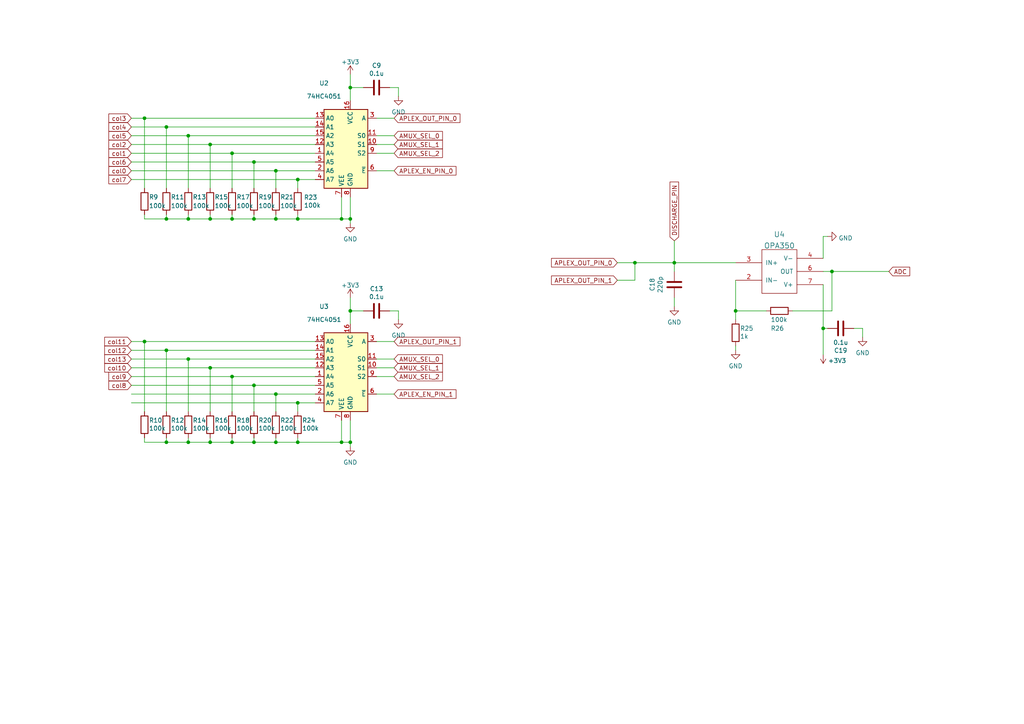
<source format=kicad_sch>
(kicad_sch (version 20230121) (generator eeschema)
  (paper "A4")
  (lib_symbols
    (symbol "74xx:74HC4051"
      (property "Reference" "U" (at -5.08 11.43 0))
      (property "Value" "74HC4051" (at -7.62 -13.97 0))
      (symbol "74HC4051_0_1"
        (rectangle (start -5.08 10.16) (end 7.62 -12.7) (stroke (width 0.254)) (fill (type background)))
      )
      (symbol "74HC4051_1_1"
        (pin passive line (at 10.16 -2.54 180) (length 2.54) (name "A4") (number "1"))
        (pin input line (at -7.62 0 0) (length 2.54) (name "S1") (number "10"))
        (pin input line (at -7.62 2.54 0) (length 2.54) (name "S0") (number "11"))
        (pin passive line (at 10.16 0 180) (length 2.54) (name "A3") (number "12"))
        (pin passive line (at 10.16 7.62 180) (length 2.54) (name "A0") (number "13"))
        (pin passive line (at 10.16 5.08 180) (length 2.54) (name "A1") (number "14"))
        (pin passive line (at 10.16 2.54 180) (length 2.54) (name "A2") (number "15"))
        (pin power_in line (at 0 12.7 270) (length 2.54) (name "VCC") (number "16"))
        (pin passive line (at 10.16 -7.62 180) (length 2.54) (name "A6") (number "2"))
        (pin passive line (at -7.62 7.62 0) (length 2.54) (name "A") (number "3"))
        (pin passive line (at 10.16 -10.16 180) (length 2.54) (name "A7") (number "4"))
        (pin passive line (at 10.16 -5.08 180) (length 2.54) (name "A5") (number "5"))
        (pin input line (at -7.62 -7.62 0) (length 2.54) (name "~{E}") (number "6"))
        (pin power_in line (at 2.54 -15.24 90) (length 2.54) (name "VEE") (number "7"))
        (pin power_in line (at 0 -15.24 90) (length 2.54) (name "GND") (number "8"))
        (pin input line (at -7.62 -2.54 0) (length 2.54) (name "S2") (number "9"))
      )
    )
    (symbol "Device:C" (pin_numbers hide) (pin_names (offset 0.254))
      (property "Reference" "C" (at 0.635 2.54 0))
      (property "Value" "C" (at 0.635 -2.54 0))
      (symbol "C_0_1"
        (polyline (pts (xy -2.032 -0.762) (xy 2.032 -0.762)) (stroke (width 0.508)))
        (polyline (pts (xy -2.032 0.762) (xy 2.032 0.762)) (stroke (width 0.508)))
      )
      (symbol "C_1_1"
        (pin passive line (at 0 3.81 270) (length 2.794) (name "~") (number "1"))
        (pin passive line (at 0 -3.81 90) (length 2.794) (name "~") (number "2"))
      )
    )
    (symbol "Device:R" (pin_numbers hide) (pin_names (offset 0))
      (property "Reference" "R" (at 2.032 0 90))
      (property "Value" "R" (at 0 0 90))
      (symbol "R_0_1"
        (rectangle (start -1.016 -2.54) (end 1.016 2.54) (stroke (width 0.254)))
      )
      (symbol "R_1_1"
        (pin passive line (at 0 3.81 270) (length 1.27) (name "~") (number "1"))
        (pin passive line (at 0 -3.81 90) (length 1.27) (name "~") (number "2"))
      )
    )
    (symbol "burrbrown:OPA350" (pin_names (offset 1.016))
      (property "Reference" "U" (at 8.89 -7.62 0))
      (property "Value" "OPA350" (at 5.08 7.62 0))
      (symbol "OPA350_0_1"
        (rectangle (start 0 -6.35) (end 10.16 6.35))
        (pin input line (at -7.62 2.54 0) (length 7.62) (name "IN-") (number "2"))
        (pin input line (at -7.62 -2.54 0) (length 7.62) (name "IN+") (number "3"))
        (pin input line (at 17.78 -3.81 180) (length 7.62) (name "V-") (number "4"))
        (pin input line (at 17.78 0 180) (length 7.62) (name "OUT") (number "6"))
        (pin input line (at 17.78 3.81 180) (length 7.62) (name "V+") (number "7"))
      )
    )
    (symbol "power:+3.3V" (power) (pin_names (offset 0))
      (property "Value" "+3.3V" (at 0 3.556 0))
      (symbol "+3.3V_0_1"
        (polyline (pts (xy -0.762 1.27) (xy 0 2.54)))
        (polyline (pts (xy 0 0) (xy 0 2.54)))
        (polyline (pts (xy 0 2.54) (xy 0.762 1.27)))
      )
      (symbol "+3.3V_1_1"
        (pin power_in line (at 0 0 90) (length 0) hide (name "+3V3") (number "1"))
      )
    )
    (symbol "power:GND" (power) (pin_names (offset 0))
      (property "Value" "GND" (at 0 -3.81 0))
      (symbol "GND_0_1"
        (polyline (pts (xy 0 0) (xy 0 -1.27) (xy 1.27 -1.27) (xy 0 -2.54) (xy -1.27 -1.27) (xy 0 -1.27)))
      )
      (symbol "GND_1_1"
        (pin power_in line (at 0 0 270) (length 0) hide (name "GND") (number "1"))
      )
    )
  )
  (junction (at 86.36 116.84))
  (junction (at 101.6 128.27))
  (junction (at 99.06 128.27))
  (junction (at 54.61 63.5))
  (junction (at 54.61 39.37))
  (junction (at 80.01 63.5))
  (junction (at 73.66 46.99))
  (junction (at 184.15 76.2))
  (junction (at 67.31 44.45))
  (junction (at 73.66 128.27))
  (junction (at 60.96 128.27))
  (junction (at 60.96 63.5))
  (junction (at 213.36 90.17))
  (junction (at 195.58 76.2))
  (junction (at 60.96 106.68))
  (junction (at 48.26 63.5))
  (junction (at 101.6 63.5))
  (junction (at 80.01 128.27))
  (junction (at 86.36 63.5))
  (junction (at 80.01 49.53))
  (junction (at 67.31 109.22))
  (junction (at 238.76 95.25))
  (junction (at 101.6 25.4))
  (junction (at 241.3 78.74))
  (junction (at 54.61 128.27))
  (junction (at 54.61 104.14))
  (junction (at 67.31 63.5))
  (junction (at 73.66 111.76))
  (junction (at 80.01 114.3))
  (junction (at 48.26 128.27))
  (junction (at 86.36 52.07))
  (junction (at 41.91 99.06))
  (junction (at 67.31 128.27))
  (junction (at 86.36 128.27))
  (junction (at 48.26 36.83))
  (junction (at 60.96 41.91))
  (junction (at 73.66 63.5))
  (junction (at 99.06 63.5))
  (junction (at 41.91 34.29))
  (junction (at 48.26 101.6))
  (junction (at 101.6 90.17))
  (wire (pts (xy 109.22 104.14) (xy 114.3 104.14)))
  (wire (pts (xy 73.66 62.23) (xy 73.66 63.5)))
  (wire (pts (xy 91.44 111.76) (xy 73.66 111.76)))
  (wire (pts (xy 48.26 36.83) (xy 38.1 36.83)))
  (wire (pts (xy 195.58 86.36) (xy 195.58 88.9)))
  (wire (pts (xy 105.41 25.4) (xy 101.6 25.4)))
  (wire (pts (xy 101.6 64.77) (xy 101.6 63.5)))
  (wire (pts (xy 67.31 109.22) (xy 38.1 109.22)))
  (wire (pts (xy 101.6 129.54) (xy 101.6 128.27)))
  (wire (pts (xy 101.6 86.36) (xy 101.6 90.17)))
  (wire (pts (xy 241.3 78.74) (xy 238.76 78.74)))
  (wire (pts (xy 241.3 90.17) (xy 241.3 78.74)))
  (wire (pts (xy 80.01 127) (xy 80.01 128.27)))
  (wire (pts (xy 238.76 68.58) (xy 240.03 68.58)))
  (wire (pts (xy 91.44 104.14) (xy 54.61 104.14)))
  (wire (pts (xy 247.65 95.25) (xy 250.19 95.25)))
  (wire (pts (xy 73.66 119.38) (xy 73.66 111.76)))
  (wire (pts (xy 38.1 34.29) (xy 41.91 34.29)))
  (wire (pts (xy 101.6 21.59) (xy 101.6 25.4)))
  (wire (pts (xy 114.3 114.3) (xy 109.22 114.3)))
  (wire (pts (xy 48.26 128.27) (xy 54.61 128.27)))
  (wire (pts (xy 48.26 101.6) (xy 38.1 101.6)))
  (wire (pts (xy 86.36 62.23) (xy 86.36 63.5)))
  (wire (pts (xy 80.01 119.38) (xy 80.01 114.3)))
  (wire (pts (xy 60.96 41.91) (xy 38.1 41.91)))
  (wire (pts (xy 114.3 49.53) (xy 109.22 49.53)))
  (wire (pts (xy 213.36 81.28) (xy 213.36 90.17)))
  (wire (pts (xy 113.03 90.17) (xy 115.57 90.17)))
  (wire (pts (xy 73.66 127) (xy 73.66 128.27)))
  (wire (pts (xy 41.91 63.5) (xy 48.26 63.5)))
  (wire (pts (xy 101.6 57.15) (xy 101.6 63.5)))
  (wire (pts (xy 60.96 62.23) (xy 60.96 63.5)))
  (wire (pts (xy 54.61 119.38) (xy 54.61 104.14)))
  (wire (pts (xy 179.07 81.28) (xy 184.15 81.28)))
  (wire (pts (xy 54.61 54.61) (xy 54.61 39.37)))
  (wire (pts (xy 48.26 54.61) (xy 48.26 36.83)))
  (wire (pts (xy 229.87 90.17) (xy 241.3 90.17)))
  (wire (pts (xy 38.1 52.07) (xy 86.36 52.07)))
  (wire (pts (xy 60.96 41.91) (xy 60.96 54.61)))
  (wire (pts (xy 73.66 46.99) (xy 38.1 46.99)))
  (wire (pts (xy 250.19 95.25) (xy 250.19 97.79)))
  (wire (pts (xy 101.6 25.4) (xy 101.6 29.21)))
  (wire (pts (xy 238.76 82.55) (xy 238.76 95.25)))
  (wire (pts (xy 41.91 128.27) (xy 48.26 128.27)))
  (wire (pts (xy 213.36 90.17) (xy 222.25 90.17)))
  (wire (pts (xy 80.01 49.53) (xy 91.44 49.53)))
  (wire (pts (xy 179.07 76.2) (xy 184.15 76.2)))
  (wire (pts (xy 60.96 63.5) (xy 67.31 63.5)))
  (wire (pts (xy 73.66 54.61) (xy 73.66 46.99)))
  (wire (pts (xy 241.3 78.74) (xy 257.81 78.74)))
  (wire (pts (xy 41.91 54.61) (xy 41.91 34.29)))
  (wire (pts (xy 101.6 90.17) (xy 101.6 93.98)))
  (wire (pts (xy 99.06 63.5) (xy 101.6 63.5)))
  (wire (pts (xy 48.26 127) (xy 48.26 128.27)))
  (wire (pts (xy 80.01 54.61) (xy 80.01 49.53)))
  (wire (pts (xy 38.1 114.3) (xy 80.01 114.3)))
  (wire (pts (xy 41.91 34.29) (xy 91.44 34.29)))
  (wire (pts (xy 73.66 111.76) (xy 38.1 111.76)))
  (wire (pts (xy 113.03 25.4) (xy 115.57 25.4)))
  (wire (pts (xy 101.6 121.92) (xy 101.6 128.27)))
  (wire (pts (xy 60.96 106.68) (xy 38.1 106.68)))
  (wire (pts (xy 54.61 39.37) (xy 38.1 39.37)))
  (wire (pts (xy 86.36 63.5) (xy 99.06 63.5)))
  (wire (pts (xy 109.22 106.68) (xy 114.3 106.68)))
  (wire (pts (xy 99.06 128.27) (xy 101.6 128.27)))
  (wire (pts (xy 41.91 127) (xy 41.91 128.27)))
  (wire (pts (xy 91.44 101.6) (xy 48.26 101.6)))
  (wire (pts (xy 80.01 62.23) (xy 80.01 63.5)))
  (wire (pts (xy 54.61 62.23) (xy 54.61 63.5)))
  (wire (pts (xy 99.06 57.15) (xy 99.06 63.5)))
  (wire (pts (xy 115.57 90.17) (xy 115.57 92.71)))
  (wire (pts (xy 73.66 63.5) (xy 80.01 63.5)))
  (wire (pts (xy 41.91 62.23) (xy 41.91 63.5)))
  (wire (pts (xy 60.96 127) (xy 60.96 128.27)))
  (wire (pts (xy 91.44 41.91) (xy 60.96 41.91)))
  (wire (pts (xy 67.31 127) (xy 67.31 128.27)))
  (wire (pts (xy 67.31 54.61) (xy 67.31 44.45)))
  (wire (pts (xy 91.44 46.99) (xy 73.66 46.99)))
  (wire (pts (xy 41.91 99.06) (xy 91.44 99.06)))
  (wire (pts (xy 60.96 106.68) (xy 60.96 119.38)))
  (wire (pts (xy 99.06 121.92) (xy 99.06 128.27)))
  (wire (pts (xy 67.31 44.45) (xy 38.1 44.45)))
  (wire (pts (xy 41.91 119.38) (xy 41.91 99.06)))
  (wire (pts (xy 109.22 109.22) (xy 114.3 109.22)))
  (wire (pts (xy 67.31 119.38) (xy 67.31 109.22)))
  (wire (pts (xy 91.44 116.84) (xy 86.36 116.84)))
  (wire (pts (xy 80.01 128.27) (xy 86.36 128.27)))
  (wire (pts (xy 184.15 81.28) (xy 184.15 76.2)))
  (wire (pts (xy 60.96 128.27) (xy 67.31 128.27)))
  (wire (pts (xy 240.03 95.25) (xy 238.76 95.25)))
  (wire (pts (xy 238.76 102.87) (xy 238.76 95.25)))
  (wire (pts (xy 105.41 90.17) (xy 101.6 90.17)))
  (wire (pts (xy 73.66 128.27) (xy 80.01 128.27)))
  (wire (pts (xy 38.1 116.84) (xy 86.36 116.84)))
  (wire (pts (xy 86.36 128.27) (xy 99.06 128.27)))
  (wire (pts (xy 48.26 63.5) (xy 54.61 63.5)))
  (wire (pts (xy 38.1 49.53) (xy 80.01 49.53)))
  (wire (pts (xy 238.76 74.93) (xy 238.76 68.58)))
  (wire (pts (xy 86.36 54.61) (xy 86.36 52.07)))
  (wire (pts (xy 91.44 109.22) (xy 67.31 109.22)))
  (wire (pts (xy 38.1 99.06) (xy 41.91 99.06)))
  (wire (pts (xy 48.26 119.38) (xy 48.26 101.6)))
  (wire (pts (xy 115.57 25.4) (xy 115.57 27.94)))
  (wire (pts (xy 54.61 63.5) (xy 60.96 63.5)))
  (wire (pts (xy 109.22 41.91) (xy 114.3 41.91)))
  (wire (pts (xy 195.58 78.74) (xy 195.58 76.2)))
  (wire (pts (xy 195.58 76.2) (xy 213.36 76.2)))
  (wire (pts (xy 109.22 39.37) (xy 114.3 39.37)))
  (wire (pts (xy 86.36 119.38) (xy 86.36 116.84)))
  (wire (pts (xy 91.44 39.37) (xy 54.61 39.37)))
  (wire (pts (xy 91.44 106.68) (xy 60.96 106.68)))
  (wire (pts (xy 184.15 76.2) (xy 195.58 76.2)))
  (wire (pts (xy 114.3 99.06) (xy 109.22 99.06)))
  (wire (pts (xy 213.36 90.17) (xy 213.36 92.71)))
  (wire (pts (xy 114.3 34.29) (xy 109.22 34.29)))
  (wire (pts (xy 86.36 127) (xy 86.36 128.27)))
  (wire (pts (xy 54.61 128.27) (xy 60.96 128.27)))
  (wire (pts (xy 67.31 63.5) (xy 73.66 63.5)))
  (wire (pts (xy 91.44 44.45) (xy 67.31 44.45)))
  (wire (pts (xy 213.36 100.33) (xy 213.36 101.6)))
  (wire (pts (xy 67.31 62.23) (xy 67.31 63.5)))
  (wire (pts (xy 109.22 44.45) (xy 114.3 44.45)))
  (wire (pts (xy 67.31 128.27) (xy 73.66 128.27)))
  (wire (pts (xy 195.58 69.85) (xy 195.58 76.2)))
  (wire (pts (xy 91.44 36.83) (xy 48.26 36.83)))
  (wire (pts (xy 80.01 114.3) (xy 91.44 114.3)))
  (wire (pts (xy 54.61 104.14) (xy 38.1 104.14)))
  (wire (pts (xy 80.01 63.5) (xy 86.36 63.5)))
  (wire (pts (xy 48.26 62.23) (xy 48.26 63.5)))
  (wire (pts (xy 91.44 52.07) (xy 86.36 52.07)))
  (wire (pts (xy 54.61 127) (xy 54.61 128.27)))
  (global_label "col1" (shape input) (at 38.1 44.45 180) (property "Intersheetrefs" "${INTERSHEET_REFS}" (effects hide)))
  (global_label "col11" (shape input) (at 38.1 99.06 180) (property "Intersheetrefs" "${INTERSHEET_REFS}" (effects hide)))
  (global_label "APLEX_OUT_PIN_0" (shape input) (at 114.3 34.29 0) (property "Intersheetrefs" "${INTERSHEET_REFS}" (effects hide)))
  (global_label "col9" (shape input) (at 38.1 109.22 180) (property "Intersheetrefs" "${INTERSHEET_REFS}" (effects hide)))
  (global_label "APLEX_OUT_PIN_1" (shape input) (at 179.07 81.28 180) (property "Intersheetrefs" "${INTERSHEET_REFS}" (effects hide)))
  (global_label "AMUX_SEL_0" (shape input) (at 114.3 39.37 0) (property "Intersheetrefs" "${INTERSHEET_REFS}" (effects hide)))
  (global_label "AMUX_SEL_2" (shape input) (at 114.3 109.22 0) (property "Intersheetrefs" "${INTERSHEET_REFS}" (effects hide)))
  (global_label "AMUX_SEL_0" (shape input) (at 114.3 104.14 0) (property "Intersheetrefs" "${INTERSHEET_REFS}" (effects hide)))
  (global_label "col8" (shape input) (at 38.1 111.76 180) (property "Intersheetrefs" "${INTERSHEET_REFS}" (effects hide)))
  (global_label "col7" (shape input) (at 38.1 52.07 180) (property "Intersheetrefs" "${INTERSHEET_REFS}" (effects hide)))
  (global_label "col10" (shape input) (at 38.1 106.68 180) (property "Intersheetrefs" "${INTERSHEET_REFS}" (effects hide)))
  (global_label "col13" (shape input) (at 38.1 104.14 180) (property "Intersheetrefs" "${INTERSHEET_REFS}" (effects hide)))
  (global_label "APLEX_EN_PIN_1" (shape input) (at 114.3 114.3 0) (property "Intersheetrefs" "${INTERSHEET_REFS}" (effects hide)))
  (global_label "AMUX_SEL_2" (shape input) (at 114.3 44.45 0) (property "Intersheetrefs" "${INTERSHEET_REFS}" (effects hide)))
  (global_label "col3" (shape input) (at 38.1 34.29 180) (property "Intersheetrefs" "${INTERSHEET_REFS}" (effects hide)))
  (global_label "ADC" (shape input) (at 257.81 78.74 0) (property "Intersheetrefs" "${INTERSHEET_REFS}" (effects hide)))
  (global_label "col6" (shape input) (at 38.1 46.99 180) (property "Intersheetrefs" "${INTERSHEET_REFS}" (effects hide)))
  (global_label "col0" (shape input) (at 38.1 49.53 180) (property "Intersheetrefs" "${INTERSHEET_REFS}" (effects hide)))
  (global_label "APLEX_EN_PIN_0" (shape input) (at 114.3 49.53 0) (property "Intersheetrefs" "${INTERSHEET_REFS}" (effects hide)))
  (global_label "col4" (shape input) (at 38.1 36.83 180) (property "Intersheetrefs" "${INTERSHEET_REFS}" (effects hide)))
  (global_label "col5" (shape input) (at 38.1 39.37 180) (property "Intersheetrefs" "${INTERSHEET_REFS}" (effects hide)))
  (global_label "APLEX_OUT_PIN_0" (shape input) (at 179.07 76.2 180) (property "Intersheetrefs" "${INTERSHEET_REFS}" (effects hide)))
  (global_label "col2" (shape input) (at 38.1 41.91 180) (property "Intersheetrefs" "${INTERSHEET_REFS}" (effects hide)))
  (global_label "AMUX_SEL_1" (shape input) (at 114.3 106.68 0) (property "Intersheetrefs" "${INTERSHEET_REFS}" (effects hide)))
  (global_label "col12" (shape input) (at 38.1 101.6 180) (property "Intersheetrefs" "${INTERSHEET_REFS}" (effects hide)))
  (global_label "APLEX_OUT_PIN_1" (shape input) (at 114.3 99.06 0) (property "Intersheetrefs" "${INTERSHEET_REFS}" (effects hide)))
  (global_label "DISCHARGE_PIN" (shape input) (at 195.58 69.85 90) (property "Intersheetrefs" "${INTERSHEET_REFS}" (effects hide)))
  (global_label "AMUX_SEL_1" (shape input) (at 114.3 41.91 0) (property "Intersheetrefs" "${INTERSHEET_REFS}" (effects hide)))
  (symbol (lib_id "74xx:74HC4051") (at 101.6 106.68 0) (mirror y) (unit 1)
    (property "Reference" "U3" (at 93.98 88.9 0))
    (property "Value" "74HC4051" (at 93.98 92.71 0))
    (property "Footprint" "cipulot_parts:TSSOP16" (effects hide))
    (property "Datasheet" "http://www.ti.com/lit/ds/symlink/cd74hc4051.pdf" (effects hide))
    (instances (project "keyboard" (path "" (reference "U3") (unit 1))) (project "EC87" (path "" (reference "U4") (unit 1))))
  )
  (symbol (lib_id "Device:C") (at 243.84 95.25 270) (mirror x) (unit 1)
    (property "Reference" "C19" (at 243.84 101.6508 90))
    (property "Value" "0.1u" (at 243.84 99.3394 90))
    (property "Footprint" "Capacitor_SMD:C_0603_1608Metric" (effects hide))
    (instances (project "keyboard" (path "" (reference "C19") (unit 1))) (project "EC87" (path "" (reference "C12") (unit 1))))
  )
  (symbol (lib_id "Device:R") (at 48.26 58.42 0) (unit 1)
    (property "Reference" "R11" (at 49.53 57.15 0) (effects (justify left)))
    (property "Value" "100k" (at 49.53 59.69 0) (effects (justify left)))
    (property "Footprint" "Resistor_SMD:R_0603_1608Metric" (effects hide))
    (instances (project "keyboard" (path "" (reference "R11") (unit 1))) (project "EC87" (path "" (reference "R10") (unit 1))))
  )
  (symbol (lib_id "Device:R") (at 73.66 123.19 0) (unit 1)
    (property "Reference" "R20" (at 74.93 121.92 0) (effects (justify left)))
    (property "Value" "100k" (at 74.93 124.2314 0) (effects (justify left)))
    (property "Footprint" "Resistor_SMD:R_0603_1608Metric" (effects hide))
    (instances (project "keyboard" (path "" (reference "R20") (unit 1))) (project "EC87" (path "" (reference "R24") (unit 1))))
  )
  (symbol (lib_id "power:GND") (at 115.57 92.71 0) (unit 1)
    (property "Reference" "#PWR026" (effects hide))
    (property "Value" "GND" (at 115.57 97.2725 0))
    (instances (project "keyboard" (path "" (reference "#PWR026") (unit 1))) (project "EC87" (path "" (reference "#PWR047") (unit 1))))
  )
  (symbol (lib_id "Device:R") (at 80.01 58.42 0) (unit 1)
    (property "Reference" "R21" (at 81.28 57.15 0) (effects (justify left)))
    (property "Value" "100k" (at 81.28 59.69 0) (effects (justify left)))
    (property "Footprint" "Resistor_SMD:R_0603_1608Metric" (effects hide))
    (instances (project "keyboard" (path "" (reference "R21") (unit 1))) (project "EC87" (path "" (reference "R15") (unit 1))))
  )
  (symbol (lib_id "power:GND") (at 213.36 101.6 0) (unit 1)
    (property "Reference" "#PWR028" (effects hide))
    (property "Value" "GND" (at 213.36 106.1625 0))
    (instances (project "keyboard" (path "" (reference "#PWR028") (unit 1))) (project "EC87" (path "" (reference "#PWR049") (unit 1))))
  )
  (symbol (lib_id "power:+3.3V") (at 101.6 21.59 0) (unit 1)
    (property "Reference" "#PWR021" (effects hide))
    (property "Value" "+3.3V" (at 101.6 17.9855 0))
    (instances (project "keyboard" (path "" (reference "#PWR021") (unit 1))) (project "EC87" (path "" (reference "#PWR0105") (unit 1))))
  )
  (symbol (lib_id "Device:R") (at 60.96 123.19 0) (unit 1)
    (property "Reference" "R16" (at 62.23 121.92 0) (effects (justify left)))
    (property "Value" "100k" (at 62.23 124.2314 0) (effects (justify left)))
    (property "Footprint" "Resistor_SMD:R_0603_1608Metric" (effects hide))
    (instances (project "keyboard" (path "" (reference "R16") (unit 1))) (project "EC87" (path "" (reference "R22") (unit 1))))
  )
  (symbol (lib_id "Device:R") (at 67.31 58.42 0) (unit 1)
    (property "Reference" "R17" (at 68.58 57.15 0) (effects (justify left)))
    (property "Value" "100k" (at 68.58 59.69 0) (effects (justify left)))
    (property "Footprint" "Resistor_SMD:R_0603_1608Metric" (effects hide))
    (instances (project "keyboard" (path "" (reference "R17") (unit 1))) (project "EC87" (path "" (reference "R13") (unit 1))))
  )
  (symbol (lib_id "74xx:74HC4051") (at 101.6 41.91 0) (mirror y) (unit 1)
    (property "Reference" "U2" (at 93.98 24.13 0))
    (property "Value" "74HC4051" (at 93.98 27.94 0))
    (property "Footprint" "cipulot_parts:TSSOP16" (effects hide))
    (property "Datasheet" "http://www.ti.com/lit/ds/symlink/cd74hc4051.pdf" (effects hide))
  )
  (symbol (lib_id "Device:R") (at 48.26 123.19 0) (unit 1)
    (property "Reference" "R12" (at 49.53 121.92 0) (effects (justify left)))
    (property "Value" "100k" (at 49.53 124.2314 0) (effects (justify left)))
    (property "Footprint" "Resistor_SMD:R_0603_1608Metric" (effects hide))
    (instances (project "keyboard" (path "" (reference "R12") (unit 1))) (project "EC87" (path "" (reference "R20") (unit 1))))
  )
  (symbol (lib_id "Device:R") (at 67.31 123.19 0) (unit 1)
    (property "Reference" "R18" (at 68.58 121.92 0) (effects (justify left)))
    (property "Value" "100k" (at 68.58 124.2314 0) (effects (justify left)))
    (property "Footprint" "Resistor_SMD:R_0603_1608Metric" (effects hide))
    (instances (project "keyboard" (path "" (reference "R18") (unit 1))) (project "EC87" (path "" (reference "R23") (unit 1))))
  )
  (symbol (lib_id "Device:R") (at 213.36 96.52 0) (unit 1)
    (property "Reference" "R25" (at 214.63 95.25 0) (effects (justify left)))
    (property "Value" "1k" (at 214.63 97.5614 0) (effects (justify left)))
    (property "Footprint" "Resistor_SMD:R_0603_1608Metric" (effects hide))
    (instances (project "keyboard" (path "" (reference "R25") (unit 1))) (project "EC87" (path "" (reference "R18") (unit 1))))
  )
  (symbol (lib_id "power:+3.3V") (at 101.6 86.36 0) (unit 1)
    (property "Reference" "#PWR023" (effects hide))
    (property "Value" "+3.3V" (at 101.6 82.7555 0))
    (instances (project "keyboard" (path "" (reference "#PWR023") (unit 1))) (project "EC87" (path "" (reference "#PWR0103") (unit 1))))
  )
  (symbol (lib_id "Device:R") (at 60.96 58.42 0) (unit 1)
    (property "Reference" "R15" (at 62.23 57.15 0) (effects (justify left)))
    (property "Value" "100k" (at 62.23 59.69 0) (effects (justify left)))
    (property "Footprint" "Resistor_SMD:R_0603_1608Metric" (effects hide))
    (instances (project "keyboard" (path "" (reference "R15") (unit 1))) (project "EC87" (path "" (reference "R12") (unit 1))))
  )
  (symbol (lib_id "power:+3.3V") (at 238.76 102.87 180) (unit 1)
    (property "Reference" "#PWR029" (effects hide))
    (property "Value" "+3.3V" (at 240.157 104.619 0) (effects (justify right)))
    (instances (project "keyboard" (path "" (reference "#PWR029") (unit 1))) (project "EC87" (path "" (reference "#PWR0104") (unit 1))))
  )
  (symbol (lib_id "Device:R") (at 54.61 58.42 0) (unit 1)
    (property "Reference" "R13" (at 55.88 57.15 0) (effects (justify left)))
    (property "Value" "100k" (at 55.88 59.69 0) (effects (justify left)))
    (property "Footprint" "Resistor_SMD:R_0603_1608Metric" (effects hide))
    (instances (project "keyboard" (path "" (reference "R13") (unit 1))) (project "EC87" (path "" (reference "R11") (unit 1))))
  )
  (symbol (lib_id "Device:R") (at 41.91 58.42 0) (unit 1)
    (property "Reference" "R9" (at 43.18 57.15 0) (effects (justify left)))
    (property "Value" "100k" (at 43.18 59.69 0) (effects (justify left)))
    (property "Footprint" "Resistor_SMD:R_0603_1608Metric" (effects hide))
  )
  (symbol (lib_id "power:GND") (at 101.6 64.77 0) (unit 1)
    (property "Reference" "#PWR022" (effects hide))
    (property "Value" "GND" (at 101.6 69.3325 0))
    (instances (project "keyboard" (path "" (reference "#PWR022") (unit 1))) (project "EC87" (path "" (reference "#PWR044") (unit 1))))
  )
  (symbol (lib_id "burrbrown:OPA350") (at 220.98 78.74 0) (mirror x) (unit 1)
    (property "Reference" "U4" (at 226.06 67.9861 0) (effects (font (size 1.524 1.524))))
    (property "Value" "OPA350" (at 226.06 71.2651 0) (effects (font (size 1.524 1.524))))
    (property "Footprint" "Package_SO:SOIC-8_3.9x4.9mm_P1.27mm" (effects hide))
    (instances (project "keyboard" (path "" (reference "U4") (unit 1))) (project "EC87" (path "" (reference "U3") (unit 1))))
  )
  (symbol (lib_id "Device:R") (at 86.36 58.42 0) (unit 1)
    (property "Reference" "R23" (at 88.138 57.2516 0) (effects (justify left)))
    (property "Value" "100k" (at 88.138 59.563 0) (effects (justify left)))
    (property "Footprint" "Resistor_SMD:R_0603_1608Metric" (effects hide))
    (instances (project "keyboard" (path "" (reference "R23") (unit 1))) (project "EC87" (path "" (reference "R16") (unit 1))))
  )
  (symbol (lib_id "power:GND") (at 101.6 129.54 0) (unit 1)
    (property "Reference" "#PWR024" (effects hide))
    (property "Value" "GND" (at 101.6 134.1025 0))
    (instances (project "keyboard" (path "" (reference "#PWR024") (unit 1))) (project "EC87" (path "" (reference "#PWR050") (unit 1))))
  )
  (symbol (lib_id "Device:R") (at 73.66 58.42 0) (unit 1)
    (property "Reference" "R19" (at 74.93 57.15 0) (effects (justify left)))
    (property "Value" "100k" (at 74.93 59.69 0) (effects (justify left)))
    (property "Footprint" "Resistor_SMD:R_0603_1608Metric" (effects hide))
    (instances (project "keyboard" (path "" (reference "R19") (unit 1))) (project "EC87" (path "" (reference "R14") (unit 1))))
  )
  (symbol (lib_id "Device:R") (at 226.06 90.17 270) (unit 1)
    (property "Reference" "R26" (at 223.52 95.25 90) (effects (justify left)))
    (property "Value" "100k" (at 223.52 92.71 90) (effects (justify left)))
    (property "Footprint" "Resistor_SMD:R_0603_1608Metric" (effects hide))
    (instances (project "keyboard" (path "" (reference "R26") (unit 1))) (project "EC87" (path "" (reference "R17") (unit 1))))
  )
  (symbol (lib_id "Device:R") (at 41.91 123.19 0) (unit 1)
    (property "Reference" "R10" (at 43.18 121.92 0) (effects (justify left)))
    (property "Value" "100k" (at 43.18 124.2314 0) (effects (justify left)))
    (property "Footprint" "Resistor_SMD:R_0603_1608Metric" (effects hide))
    (instances (project "keyboard" (path "" (reference "R10") (unit 1))) (project "EC87" (path "" (reference "R19") (unit 1))))
  )
  (symbol (lib_id "power:GND") (at 250.19 97.79 0) (unit 1)
    (property "Reference" "#PWR032" (effects hide))
    (property "Value" "GND" (at 250.19 102.3525 0))
    (instances (project "keyboard" (path "" (reference "#PWR032") (unit 1))) (project "EC87" (path "" (reference "#PWR048") (unit 1))))
  )
  (symbol (lib_id "power:GND") (at 195.58 88.9 0) (unit 1)
    (property "Reference" "#PWR027" (effects hide))
    (property "Value" "GND" (at 195.58 93.4625 0))
    (instances (project "keyboard" (path "" (reference "#PWR027") (unit 1))) (project "EC87" (path "" (reference "#PWR046") (unit 1))))
  )
  (symbol (lib_id "Device:R") (at 86.36 123.19 0) (unit 1)
    (property "Reference" "R24" (at 87.63 121.92 0) (effects (justify left)))
    (property "Value" "100k" (at 87.63 124.2314 0) (effects (justify left)))
    (property "Footprint" "Resistor_SMD:R_0603_1608Metric" (effects hide))
    (instances (project "keyboard" (path "" (reference "R24") (unit 1))) (project "EC87" (path "" (reference "R26") (unit 1))))
  )
  (symbol (lib_id "power:GND") (at 115.57 27.94 0) (unit 1)
    (property "Reference" "#PWR025" (effects hide))
    (property "Value" "GND" (at 115.57 32.5025 0))
    (instances (project "keyboard" (path "" (reference "#PWR025") (unit 1))) (project "EC87" (path "" (reference "#PWR043") (unit 1))))
  )
  (symbol (lib_id "Device:C") (at 109.22 90.17 270) (unit 1)
    (property "Reference" "C13" (at 109.22 83.7692 90))
    (property "Value" "0.1u" (at 109.22 86.0806 90))
    (property "Footprint" "Capacitor_SMD:C_0603_1608Metric" (effects hide))
    (instances (project "keyboard" (path "" (reference "C13") (unit 1))) (project "EC87" (path "" (reference "C11") (unit 1))))
  )
  (symbol (lib_id "Device:R") (at 54.61 123.19 0) (unit 1)
    (property "Reference" "R14" (at 55.88 121.92 0) (effects (justify left)))
    (property "Value" "100k" (at 55.88 124.2314 0) (effects (justify left)))
    (property "Footprint" "Resistor_SMD:R_0603_1608Metric" (effects hide))
    (instances (project "keyboard" (path "" (reference "R14") (unit 1))) (project "EC87" (path "" (reference "R21") (unit 1))))
  )
  (symbol (lib_id "Device:R") (at 80.01 123.19 0) (unit 1)
    (property "Reference" "R22" (at 81.28 121.92 0) (effects (justify left)))
    (property "Value" "100k" (at 81.28 124.2314 0) (effects (justify left)))
    (property "Footprint" "Resistor_SMD:R_0603_1608Metric" (effects hide))
    (instances (project "keyboard" (path "" (reference "R22") (unit 1))) (project "EC87" (path "" (reference "R25") (unit 1))))
  )
  (symbol (lib_id "power:GND") (at 240.03 68.58 90) (unit 1)
    (property "Reference" "#PWR030" (effects hide))
    (property "Value" "GND" (at 243.205 69.059 90) (effects (justify right)))
    (instances (project "keyboard" (path "" (reference "#PWR030") (unit 1))) (project "EC87" (path "" (reference "#PWR045") (unit 1))))
  )
  (symbol (lib_id "Device:C") (at 195.58 82.55 0) (unit 1)
    (property "Reference" "C18" (at 189.1792 82.55 90))
    (property "Value" "220p" (at 191.4906 82.55 90))
    (property "Footprint" "Capacitor_SMD:C_0603_1608Metric" (effects hide))
    (instances (project "keyboard" (path "" (reference "C18") (unit 1))) (project "EC87" (path "" (reference "C10") (unit 1))))
  )
  (symbol (lib_id "Device:C") (at 109.22 25.4 270) (unit 1)
    (property "Reference" "C9" (at 109.22 18.9992 90))
    (property "Value" "0.1u" (at 109.22 21.3106 90))
    (property "Footprint" "Capacitor_SMD:C_0603_1608Metric" (effects hide))
  )
)
</source>
